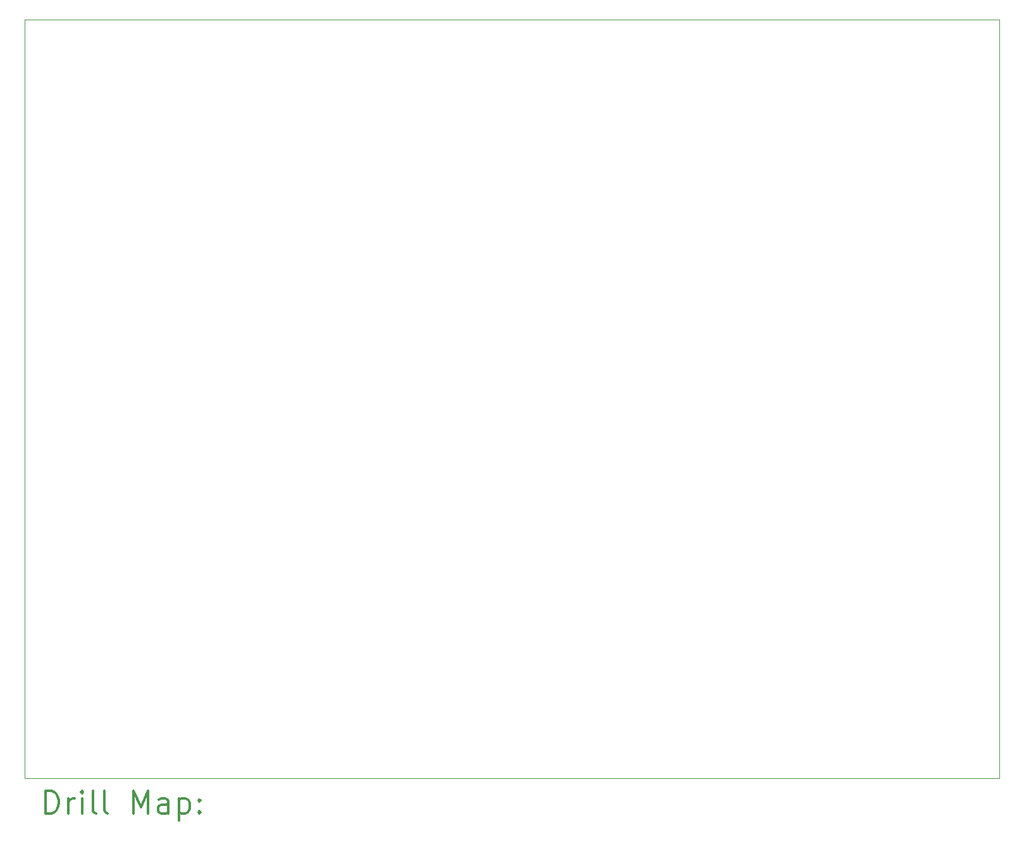
<source format=gbr>
%FSLAX45Y45*%
G04 Gerber Fmt 4.5, Leading zero omitted, Abs format (unit mm)*
G04 Created by KiCad (PCBNEW (5.1.8)-1) date 2022-02-24 01:17:40*
%MOMM*%
%LPD*%
G01*
G04 APERTURE LIST*
%TA.AperFunction,Profile*%
%ADD10C,0.050000*%
%TD*%
%ADD11C,0.200000*%
%ADD12C,0.300000*%
G04 APERTURE END LIST*
D10*
X15240000Y-3810000D02*
X16050000Y-3810000D01*
X16050000Y-13970000D02*
X15240000Y-13970000D01*
X3000000Y-13970000D02*
X3810000Y-13970000D01*
X3000000Y-3810000D02*
X3000000Y-13970000D01*
X3810000Y-3810000D02*
X3000000Y-3810000D01*
X3810000Y-3810000D02*
X15240000Y-3810000D01*
X15240000Y-13970000D02*
X3810000Y-13970000D01*
X16050000Y-3810000D02*
X16050000Y-13970000D01*
D11*
D12*
X3283928Y-14438214D02*
X3283928Y-14138214D01*
X3355357Y-14138214D01*
X3398214Y-14152500D01*
X3426786Y-14181071D01*
X3441071Y-14209643D01*
X3455357Y-14266786D01*
X3455357Y-14309643D01*
X3441071Y-14366786D01*
X3426786Y-14395357D01*
X3398214Y-14423929D01*
X3355357Y-14438214D01*
X3283928Y-14438214D01*
X3583928Y-14438214D02*
X3583928Y-14238214D01*
X3583928Y-14295357D02*
X3598214Y-14266786D01*
X3612500Y-14252500D01*
X3641071Y-14238214D01*
X3669643Y-14238214D01*
X3769643Y-14438214D02*
X3769643Y-14238214D01*
X3769643Y-14138214D02*
X3755357Y-14152500D01*
X3769643Y-14166786D01*
X3783928Y-14152500D01*
X3769643Y-14138214D01*
X3769643Y-14166786D01*
X3955357Y-14438214D02*
X3926786Y-14423929D01*
X3912500Y-14395357D01*
X3912500Y-14138214D01*
X4112500Y-14438214D02*
X4083928Y-14423929D01*
X4069643Y-14395357D01*
X4069643Y-14138214D01*
X4455357Y-14438214D02*
X4455357Y-14138214D01*
X4555357Y-14352500D01*
X4655357Y-14138214D01*
X4655357Y-14438214D01*
X4926786Y-14438214D02*
X4926786Y-14281071D01*
X4912500Y-14252500D01*
X4883928Y-14238214D01*
X4826786Y-14238214D01*
X4798214Y-14252500D01*
X4926786Y-14423929D02*
X4898214Y-14438214D01*
X4826786Y-14438214D01*
X4798214Y-14423929D01*
X4783928Y-14395357D01*
X4783928Y-14366786D01*
X4798214Y-14338214D01*
X4826786Y-14323929D01*
X4898214Y-14323929D01*
X4926786Y-14309643D01*
X5069643Y-14238214D02*
X5069643Y-14538214D01*
X5069643Y-14252500D02*
X5098214Y-14238214D01*
X5155357Y-14238214D01*
X5183928Y-14252500D01*
X5198214Y-14266786D01*
X5212500Y-14295357D01*
X5212500Y-14381071D01*
X5198214Y-14409643D01*
X5183928Y-14423929D01*
X5155357Y-14438214D01*
X5098214Y-14438214D01*
X5069643Y-14423929D01*
X5341071Y-14409643D02*
X5355357Y-14423929D01*
X5341071Y-14438214D01*
X5326786Y-14423929D01*
X5341071Y-14409643D01*
X5341071Y-14438214D01*
X5341071Y-14252500D02*
X5355357Y-14266786D01*
X5341071Y-14281071D01*
X5326786Y-14266786D01*
X5341071Y-14252500D01*
X5341071Y-14281071D01*
M02*

</source>
